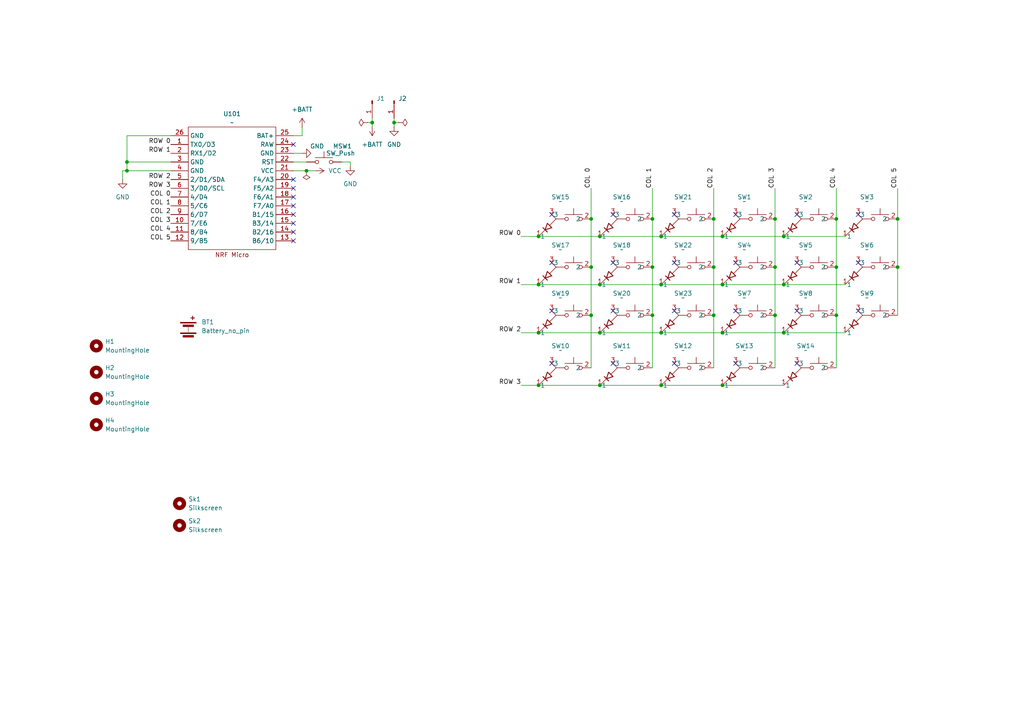
<source format=kicad_sch>
(kicad_sch (version 20231120) (generator "eeschema") (generator_version "8.0")
  (paper "A4")
  (lib_symbols
    (symbol "Connector:Conn_01x01_Pin" (pin_names (offset 1.016) hide)
      (property "Reference" "J" (at 0 2.54 0))
      (property "Value" "Conn_01x01_Pin" (at 0 -2.54 0))
      (symbol "Conn_01x01_Pin_1_1"
        (polyline (pts (xy 1.27 0) (xy 0.8636 0)) (stroke (width 0.1524)))
        (rectangle (start 0.8636 0.127) (end 0 -0.127) (stroke (width 0.1524)) (fill (type outline)))
        (pin passive line (at 5.08 0 180) (length 3.81) (name "Pin_1") (number "1"))
      )
    )
    (symbol "Keyboard_CS:Battery_no_pin" (pin_numbers hide) (pin_names (offset 0) hide)
      (property "Reference" "BT" (at 2.54 2.54 0))
      (property "Value" "Battery_no_pin" (at 2.54 0 0))
      (symbol "Battery_no_pin_0_1"
        (rectangle (start -2.286 -1.27) (end 2.286 -1.524) (fill (type outline)))
        (rectangle (start -2.286 1.778) (end 2.286 1.524) (fill (type outline)))
        (rectangle (start -1.524 -2.032) (end 1.524 -2.54) (fill (type outline)))
        (rectangle (start -1.524 1.016) (end 1.524 0.508) (fill (type outline)))
        (polyline (pts (xy 0 -1.016) (xy 0 -0.762)))
        (polyline (pts (xy 0 -0.508) (xy 0 -0.254)))
        (polyline (pts (xy 0 0) (xy 0 0.254)))
        (polyline (pts (xy 0.762 3.048) (xy 1.778 3.048)) (stroke (width 0.254)))
        (polyline (pts (xy 1.27 3.556) (xy 1.27 2.54)) (stroke (width 0.254)))
      )
    )
    (symbol "Keyboard_CS:Keyboard_Push"
      (property "Reference" "SW" (at 0.254 -4.572 0))
      (symbol "Keyboard_Push_0_1"
        (circle (center -2.032 0) (radius 0.508))
        (polyline (pts (xy -10.16 -5.08) (xy -8.255 -3.175)))
        (polyline (pts (xy -7.62 -3.81) (xy -8.89 -2.54)) (stroke (width 0.254)))
        (polyline (pts (xy -6.985 -1.905) (xy -5.08 0)))
        (polyline (pts (xy -6.35 1.27) (xy -5.08 0)))
        (polyline (pts (xy -5.08 0) (xy -2.54 0)))
        (polyline (pts (xy 0 1.27) (xy 0 3.048)))
        (polyline (pts (xy 2.54 1.27) (xy -2.54 1.27)))
        (polyline (pts (xy -6.35 -2.54) (xy -7.62 -1.27) (xy -8.255 -3.175) (xy -6.35 -2.54)) (stroke (width 0.254)))
        (circle (center 2.032 0) (radius 0.508))
        (pin passive line (at 5.08 0 180) (length 2.54) (name "2") (number "2"))
      )
      (symbol "Keyboard_Push_1_1"
        (pin passive line (at -10.16 -5.08 0) (length 0) (name "1") (number "1"))
        (pin passive line (at -6.35 1.27 0) (length 0) (name "3") (number "3"))
      )
    )
    (symbol "Keyboard_CS:NRF_micro_jumper"
      (property "Reference" "U" (at 0 1.27 0))
      (symbol "NRF_micro_jumper_0_1"
        (rectangle (start -12.7 2.54) (end 12.7 -33.02))
      )
      (symbol "NRF_micro_jumper_1_1"
        (text "NRF Micro" (at 0 -34.544 0) (effects (font (size 1.27 1.27))))
        (pin bidirectional line (at -17.78 -2.54 0) (length 5.08) (name "TX0/D3") (number "1"))
        (pin bidirectional line (at -17.78 -25.4 0) (length 5.08) (name "7/E6") (number "10"))
        (pin no_connect line (at -24.13 -45.72 90) (length 5.08) hide (name "") (number "100"))
        (pin no_connect line (at -21.59 -45.72 90) (length 5.08) hide (name "") (number "101"))
        (pin no_connect line (at -19.05 -45.72 90) (length 5.08) hide (name "") (number "102"))
        (pin no_connect line (at -16.51 -45.72 90) (length 5.08) hide (name "") (number "103"))
        (pin no_connect line (at -13.97 -45.72 90) (length 5.08) hide (name "") (number "104"))
        (pin no_connect line (at -11.43 -45.72 90) (length 5.08) hide (name "") (number "105"))
        (pin no_connect line (at -8.89 -45.72 90) (length 5.08) hide (name "") (number "106"))
        (pin no_connect line (at -6.35 -45.72 90) (length 5.08) hide (name "") (number "107"))
        (pin no_connect line (at -3.81 -45.72 90) (length 5.08) hide (name "") (number "108"))
        (pin no_connect line (at -1.27 -45.72 90) (length 5.08) hide (name "") (number "109"))
        (pin bidirectional line (at -17.78 -27.94 0) (length 5.08) (name "8/B4") (number "11"))
        (pin no_connect line (at 1.27 -45.72 90) (length 5.08) hide (name "") (number "110"))
        (pin no_connect line (at 3.81 -45.72 90) (length 5.08) hide (name "") (number "111"))
        (pin no_connect line (at 6.35 -45.72 90) (length 5.08) hide (name "") (number "112"))
        (pin no_connect line (at 8.89 -45.72 90) (length 5.08) hide (name "") (number "113"))
        (pin no_connect line (at 11.43 -45.72 90) (length 5.08) hide (name "") (number "114"))
        (pin no_connect line (at 13.97 -45.72 90) (length 5.08) hide (name "") (number "115"))
        (pin no_connect line (at 16.51 -45.72 90) (length 5.08) hide (name "") (number "116"))
        (pin no_connect line (at 19.05 -45.72 90) (length 5.08) hide (name "") (number "117"))
        (pin no_connect line (at 21.59 -45.72 90) (length 5.08) hide (name "") (number "118"))
        (pin no_connect line (at 24.13 -45.72 90) (length 5.08) hide (name "") (number "119"))
        (pin bidirectional line (at -17.78 -30.48 0) (length 5.08) (name "9/B5") (number "12"))
        (pin no_connect line (at 26.67 -45.72 90) (length 5.08) hide (name "") (number "120"))
        (pin no_connect line (at 29.21 -45.72 90) (length 5.08) hide (name "") (number "121"))
        (pin no_connect line (at 31.75 -45.72 90) (length 5.08) hide (name "") (number "122"))
        (pin no_connect line (at 34.29 -45.72 90) (length 5.08) hide (name "") (number "123"))
        (pin no_connect line (at 36.83 -45.72 90) (length 5.08) hide (name "") (number "124"))
        (pin no_connect line (at 39.37 -45.72 90) (length 5.08) hide (name "") (number "125"))
        (pin bidirectional line (at 17.78 -30.48 180) (length 5.08) (name "B6/10") (number "13"))
        (pin bidirectional line (at 17.78 -27.94 180) (length 5.08) (name "B2/16") (number "14"))
        (pin bidirectional line (at 17.78 -25.4 180) (length 5.08) (name "B3/14") (number "15"))
        (pin bidirectional line (at 17.78 -22.86 180) (length 5.08) (name "B1/15") (number "16"))
        (pin bidirectional line (at 17.78 -20.32 180) (length 5.08) (name "F7/A0") (number "17"))
        (pin bidirectional line (at 17.78 -17.78 180) (length 5.08) (name "F6/A1") (number "18"))
        (pin bidirectional line (at 17.78 -15.24 180) (length 5.08) (name "F5/A2") (number "19"))
        (pin bidirectional line (at -17.78 -5.08 0) (length 5.08) (name "RX1/D2") (number "2"))
        (pin bidirectional line (at 17.78 -12.7 180) (length 5.08) (name "F4/A3") (number "20"))
        (pin power_in line (at 17.78 -10.16 180) (length 5.08) (name "VCC") (number "21"))
        (pin input line (at 17.78 -7.62 180) (length 5.08) (name "RST") (number "22"))
        (pin power_in line (at 17.78 -5.08 180) (length 5.08) (name "GND") (number "23"))
        (pin power_out line (at 17.78 -2.54 180) (length 5.08) (name "RAW") (number "24"))
        (pin bidirectional line (at 17.78 0 180) (length 5.08) (name "BAT+") (number "25"))
        (pin bidirectional line (at -17.78 0 0) (length 5.08) (name "GND") (number "26"))
        (pin power_in line (at -17.78 -7.62 0) (length 5.08) (name "GND") (number "3"))
        (pin power_in line (at -17.78 -10.16 0) (length 5.08) (name "GND") (number "4"))
        (pin bidirectional line (at -17.78 -12.7 0) (length 5.08) (name "2/D1/SDA") (number "5"))
        (pin bidirectional line (at -17.78 -15.24 0) (length 5.08) (name "3/D0/SCL") (number "6"))
        (pin bidirectional line (at -17.78 -17.78 0) (length 5.08) (name "4/D4") (number "7"))
        (pin bidirectional line (at -17.78 -20.32 0) (length 5.08) (name "5/C6") (number "8"))
        (pin bidirectional line (at -17.78 -22.86 0) (length 5.08) (name "6/D7") (number "9"))
      )
    )
    (symbol "Mechanical:MountingHole" (pin_names (offset 1.016)) (exclude_from_sim yes) (in_bom no)
      (property "Reference" "H" (at 0 5.08 0))
      (property "Value" "MountingHole" (at 0 3.175 0))
      (symbol "MountingHole_0_1"
        (circle (center 0 0) (radius 1.27) (stroke (width 1.27)))
      )
    )
    (symbol "Switch:SW_Push" (pin_numbers hide) (pin_names (offset 1.016) hide)
      (property "Reference" "SW" (at 1.27 2.54 0))
      (property "Value" "SW_Push" (at 0 -1.524 0))
      (symbol "SW_Push_0_1"
        (circle (center -2.032 0) (radius 0.508))
        (polyline (pts (xy 0 1.27) (xy 0 3.048)))
        (polyline (pts (xy 2.54 1.27) (xy -2.54 1.27)))
        (circle (center 2.032 0) (radius 0.508))
        (pin passive line (at -5.08 0 0) (length 2.54) (name "1") (number "1"))
        (pin passive line (at 5.08 0 180) (length 2.54) (name "2") (number "2"))
      )
    )
    (symbol "power:+BATT" (power) (pin_numbers hide) (pin_names (offset 0) hide)
      (property "Value" "+BATT" (at 0 3.556 0))
      (symbol "+BATT_0_1"
        (polyline (pts (xy -0.762 1.27) (xy 0 2.54)))
        (polyline (pts (xy 0 0) (xy 0 2.54)))
        (polyline (pts (xy 0 2.54) (xy 0.762 1.27)))
      )
      (symbol "+BATT_1_1"
        (pin power_in line (at 0 0 90) (length 0) (name "~") (number "1"))
      )
    )
    (symbol "power:GND" (power) (pin_numbers hide) (pin_names (offset 0) hide)
      (property "Value" "GND" (at 0 -3.81 0))
      (symbol "GND_0_1"
        (polyline (pts (xy 0 0) (xy 0 -1.27) (xy 1.27 -1.27) (xy 0 -2.54) (xy -1.27 -1.27) (xy 0 -1.27)))
      )
      (symbol "GND_1_1"
        (pin power_in line (at 0 0 270) (length 0) (name "~") (number "1"))
      )
    )
    (symbol "power:PWR_FLAG" (power) (pin_numbers hide) (pin_names (offset 0) hide)
      (property "Value" "PWR_FLAG" (at 0 3.81 0))
      (symbol "PWR_FLAG_0_0"
        (pin power_out line (at 0 0 90) (length 0) (name "~") (number "1"))
      )
      (symbol "PWR_FLAG_0_1"
        (polyline (pts (xy 0 0) (xy 0 1.27) (xy -1.016 1.905) (xy 0 2.54) (xy 1.016 1.905) (xy 0 1.27)))
      )
    )
    (symbol "power:VCC" (power) (pin_numbers hide) (pin_names (offset 0) hide)
      (property "Value" "VCC" (at 0 3.556 0))
      (symbol "VCC_0_1"
        (polyline (pts (xy -0.762 1.27) (xy 0 2.54)))
        (polyline (pts (xy 0 0) (xy 0 2.54)))
        (polyline (pts (xy 0 2.54) (xy 0.762 1.27)))
      )
      (symbol "VCC_1_1"
        (pin power_in line (at 0 0 90) (length 0) (name "~") (number "1"))
      )
    )
  )
  (junction (at 171.45 91.44))
  (junction (at 189.23 77.47))
  (junction (at 209.55 68.58))
  (junction (at 209.55 96.52))
  (junction (at 260.35 77.47))
  (junction (at 173.99 68.58))
  (junction (at 107.95 35.56))
  (junction (at 36.83 46.99))
  (junction (at 114.3 35.56))
  (junction (at 224.79 63.5))
  (junction (at 189.23 63.5))
  (junction (at 191.77 111.76))
  (junction (at 224.79 77.47))
  (junction (at 242.57 77.47))
  (junction (at 224.79 91.44))
  (junction (at 156.21 96.52))
  (junction (at 191.77 68.58))
  (junction (at 242.57 91.44))
  (junction (at 171.45 77.47))
  (junction (at 173.99 82.55))
  (junction (at 88.9 49.53))
  (junction (at 171.45 63.5))
  (junction (at 227.33 82.55))
  (junction (at 191.77 96.52))
  (junction (at 227.33 68.58))
  (junction (at 260.35 63.5))
  (junction (at 207.01 77.47))
  (junction (at 173.99 111.76))
  (junction (at 209.55 111.76))
  (junction (at 207.01 63.5))
  (junction (at 156.21 111.76))
  (junction (at 156.21 82.55))
  (junction (at 189.23 91.44))
  (junction (at 36.83 49.53))
  (junction (at 173.99 96.52))
  (junction (at 156.21 68.58))
  (junction (at 209.55 82.55))
  (junction (at 207.01 91.44))
  (junction (at 242.57 63.5))
  (junction (at 227.33 96.52))
  (junction (at 191.77 82.55))
  (no_connect (at 231.14 90.17))
  (no_connect (at 231.14 62.23))
  (no_connect (at 177.8 105.41))
  (no_connect (at 85.09 52.07))
  (no_connect (at 248.92 90.17))
  (no_connect (at 195.58 62.23))
  (no_connect (at 248.92 76.2))
  (no_connect (at 160.02 90.17))
  (no_connect (at 160.02 76.2))
  (no_connect (at 195.58 105.41))
  (no_connect (at 85.09 69.85))
  (no_connect (at 248.92 62.23))
  (no_connect (at 85.09 62.23))
  (no_connect (at 231.14 76.2))
  (no_connect (at 213.36 90.17))
  (no_connect (at 213.36 105.41))
  (no_connect (at 195.58 76.2))
  (no_connect (at 177.8 62.23))
  (no_connect (at 231.14 105.41))
  (no_connect (at 177.8 90.17))
  (no_connect (at 85.09 57.15))
  (no_connect (at 85.09 64.77))
  (no_connect (at 160.02 105.41))
  (no_connect (at 85.09 54.61))
  (no_connect (at 85.09 41.91))
  (no_connect (at 213.36 76.2))
  (no_connect (at 85.09 59.69))
  (no_connect (at 85.09 67.31))
  (no_connect (at 213.36 62.23))
  (no_connect (at 195.58 90.17))
  (no_connect (at 177.8 76.2))
  (no_connect (at 160.02 62.23))
  (wire (pts (xy 209.55 68.58) (xy 227.33 68.58)))
  (wire (pts (xy 260.35 54.61) (xy 260.35 63.5)))
  (wire (pts (xy 242.57 91.44) (xy 242.57 106.68)))
  (wire (pts (xy 151.13 82.55) (xy 156.21 82.55)))
  (wire (pts (xy 87.63 39.37) (xy 85.09 39.37)))
  (wire (pts (xy 171.45 91.44) (xy 171.45 106.68)))
  (wire (pts (xy 114.3 35.56) (xy 115.57 35.56)))
  (wire (pts (xy 101.6 46.99) (xy 99.06 46.99)))
  (wire (pts (xy 224.79 91.44) (xy 224.79 106.68)))
  (wire (pts (xy 87.63 36.83) (xy 87.63 39.37)))
  (wire (pts (xy 35.56 49.53) (xy 35.56 52.07)))
  (wire (pts (xy 209.55 111.76) (xy 227.33 111.76)))
  (wire (pts (xy 151.13 96.52) (xy 156.21 96.52)))
  (wire (pts (xy 173.99 82.55) (xy 191.77 82.55)))
  (wire (pts (xy 85.09 49.53) (xy 88.9 49.53)))
  (wire (pts (xy 189.23 77.47) (xy 189.23 91.44)))
  (wire (pts (xy 191.77 68.58) (xy 209.55 68.58)))
  (wire (pts (xy 242.57 63.5) (xy 242.57 77.47)))
  (wire (pts (xy 207.01 91.44) (xy 207.01 106.68)))
  (wire (pts (xy 88.9 49.53) (xy 91.44 49.53)))
  (wire (pts (xy 107.95 35.56) (xy 107.95 36.83)))
  (wire (pts (xy 207.01 54.61) (xy 207.01 63.5)))
  (wire (pts (xy 106.68 35.56) (xy 107.95 35.56)))
  (wire (pts (xy 209.55 96.52) (xy 227.33 96.52)))
  (wire (pts (xy 36.83 49.53) (xy 35.56 49.53)))
  (wire (pts (xy 156.21 82.55) (xy 173.99 82.55)))
  (wire (pts (xy 49.53 49.53) (xy 36.83 49.53)))
  (wire (pts (xy 224.79 63.5) (xy 224.79 77.47)))
  (wire (pts (xy 191.77 82.55) (xy 209.55 82.55)))
  (wire (pts (xy 114.3 34.29) (xy 114.3 35.56)))
  (wire (pts (xy 156.21 111.76) (xy 173.99 111.76)))
  (wire (pts (xy 224.79 54.61) (xy 224.79 63.5)))
  (wire (pts (xy 227.33 96.52) (xy 245.11 96.52)))
  (wire (pts (xy 189.23 63.5) (xy 189.23 77.47)))
  (wire (pts (xy 189.23 91.44) (xy 189.23 106.68)))
  (wire (pts (xy 173.99 68.58) (xy 191.77 68.58)))
  (wire (pts (xy 171.45 77.47) (xy 171.45 91.44)))
  (wire (pts (xy 189.23 54.61) (xy 189.23 63.5)))
  (wire (pts (xy 209.55 82.55) (xy 227.33 82.55)))
  (wire (pts (xy 207.01 77.47) (xy 207.01 91.44)))
  (wire (pts (xy 49.53 46.99) (xy 36.83 46.99)))
  (wire (pts (xy 85.09 46.99) (xy 88.9 46.99)))
  (wire (pts (xy 171.45 63.5) (xy 171.45 77.47)))
  (wire (pts (xy 36.83 46.99) (xy 36.83 49.53)))
  (wire (pts (xy 49.53 39.37) (xy 36.83 39.37)))
  (wire (pts (xy 151.13 111.76) (xy 156.21 111.76)))
  (wire (pts (xy 171.45 54.61) (xy 171.45 63.5)))
  (wire (pts (xy 36.83 39.37) (xy 36.83 46.99)))
  (wire (pts (xy 260.35 77.47) (xy 260.35 91.44)))
  (wire (pts (xy 156.21 96.52) (xy 173.99 96.52)))
  (wire (pts (xy 85.09 44.45) (xy 87.63 44.45)))
  (wire (pts (xy 191.77 111.76) (xy 209.55 111.76)))
  (wire (pts (xy 242.57 54.61) (xy 242.57 63.5)))
  (wire (pts (xy 107.95 34.29) (xy 107.95 35.56)))
  (wire (pts (xy 227.33 68.58) (xy 245.11 68.58)))
  (wire (pts (xy 173.99 96.52) (xy 191.77 96.52)))
  (wire (pts (xy 173.99 111.76) (xy 191.77 111.76)))
  (wire (pts (xy 260.35 63.5) (xy 260.35 77.47)))
  (wire (pts (xy 156.21 68.58) (xy 173.99 68.58)))
  (wire (pts (xy 227.33 82.55) (xy 245.11 82.55)))
  (wire (pts (xy 151.13 68.58) (xy 156.21 68.58)))
  (wire (pts (xy 224.79 77.47) (xy 224.79 91.44)))
  (wire (pts (xy 207.01 63.5) (xy 207.01 77.47)))
  (wire (pts (xy 101.6 48.26) (xy 101.6 46.99)))
  (wire (pts (xy 242.57 77.47) (xy 242.57 91.44)))
  (wire (pts (xy 191.77 96.52) (xy 209.55 96.52)))
  (wire (pts (xy 114.3 35.56) (xy 114.3 36.83)))
  (label "ROW 1" (at 151.13 82.55 180))
  (label "ROW 1" (at 49.53 44.45 180))
  (label "ROW 2" (at 49.53 52.07 180))
  (label "COL 3" (at 224.79 54.61 90))
  (label "COL 4" (at 242.57 54.61 90))
  (label "ROW 2" (at 151.13 96.52 180))
  (label "COL 1" (at 189.23 54.61 90))
  (label "COL 0" (at 171.45 54.61 90))
  (label "ROW 0" (at 151.13 68.58 180))
  (label "COL 4" (at 49.53 67.31 180))
  (label "COL 5" (at 49.53 69.85 180))
  (label "ROW 3" (at 49.53 54.61 180))
  (label "ROW 0" (at 49.53 41.91 180))
  (label "ROW 3" (at 151.13 111.76 180))
  (label "COL 0" (at 49.53 57.15 180))
  (label "COL 2" (at 207.01 54.61 90))
  (label "COL 2" (at 49.53 62.23 180))
  (label "COL 1" (at 49.53 59.69 180))
  (label "COL 5" (at 260.35 54.61 90))
  (label "COL 3" (at 49.53 64.77 180))
  (symbol (lib_id "Keyboard_CS:Keyboard_Push") (at 237.49 63.5 0) (unit 1)
    (property "Reference" "SW2" (at 233.68 57.15 0))
    (property "Value" "~" (at 233.68 58.42 0))
    (property "Footprint" "Keyboard_CS:SW_UNIVERSAL_1.00u" (effects (hide yes)))
    (property "Description" "Unified Switch with diode incorporated" (effects (hide yes)))
  )
  (symbol (lib_id "Mechanical:MountingHole") (at 52.07 152.4 0) (unit 1) (exclude_from_sim yes) (in_bom no)
    (property "Reference" "Sk2" (at 54.61 151.1299 0) (effects (justify left)))
    (property "Value" "Silkscreen" (at 54.61 153.6699 0) (effects (justify left)))
    (property "Footprint" "Keyboard_CS:drawing" (effects (hide yes)))
    (property "Description" "Mounting Hole without connection" (effects (hide yes)))
  )
  (symbol (lib_id "Keyboard_CS:Keyboard_Push") (at 255.27 77.47 0) (unit 1)
    (property "Reference" "SW6" (at 251.46 71.12 0))
    (property "Value" "~" (at 251.46 72.39 0))
    (property "Footprint" "Keyboard_CS:SW_UNIVERSAL_1.00u" (effects (hide yes)))
    (property "Description" "Unified Switch with diode incorporated" (effects (hide yes)))
  )
  (symbol (lib_id "Keyboard_CS:Battery_no_pin") (at 54.61 95.25 0) (unit 1)
    (property "Reference" "BT1" (at 58.42 93.4084 0) (effects (justify left)))
    (property "Value" "Battery_no_pin" (at 58.42 95.9484 0) (effects (justify left)))
    (property "Footprint" "Keyboard_CS:503020 battery hole" (effects (hide yes)))
    (property "Description" "Multiple-cell battery without PIN linked for footprint" (effects (hide yes)))
  )
  (symbol (lib_id "Connector:Conn_01x01_Pin") (at 107.95 29.21 270) (unit 1)
    (property "Reference" "J1" (at 109.22 28.5749 90) (effects (justify left)))
    (property "Value" "Conn_01x01_Pin" (effects (hide yes)))
    (property "Footprint" "Keyboard_CS:Pin_D1.0mm_L10.0mm" (effects (hide yes)))
    (property "Description" "Generic connector, single row, 01x01, script generated" (effects (hide yes)))
  )
  (symbol (lib_id "Keyboard_CS:Keyboard_Push") (at 184.15 63.5 0) (unit 1)
    (property "Reference" "SW16" (at 180.34 57.15 0))
    (property "Value" "~" (at 180.34 58.42 0))
    (property "Footprint" "Keyboard_CS:SW_UNIVERSAL_1.00u" (effects (hide yes)))
    (property "Description" "Unified Switch with diode incorporated" (effects (hide yes)))
  )
  (symbol (lib_id "Keyboard_CS:Keyboard_Push") (at 184.15 106.68 0) (unit 1)
    (property "Reference" "SW11" (at 180.34 100.33 0))
    (property "Value" "~" (at 180.34 101.6 0))
    (property "Footprint" "Keyboard_CS:SW_UNIVERSAL_1.00u" (effects (hide yes)))
    (property "Description" "Unified Switch with diode incorporated" (effects (hide yes)))
  )
  (symbol (lib_id "Keyboard_CS:Keyboard_Push") (at 237.49 77.47 0) (unit 1)
    (property "Reference" "SW5" (at 233.68 71.12 0))
    (property "Value" "~" (at 233.68 72.39 0))
    (property "Footprint" "Keyboard_CS:SW_UNIVERSAL_1.00u" (effects (hide yes)))
    (property "Description" "Unified Switch with diode incorporated" (effects (hide yes)))
  )
  (symbol (lib_id "power:GND") (at 114.3 36.83 0) (unit 1)
    (property "Reference" "#PWR03" (effects (hide yes)))
    (property "Value" "GND" (at 114.3 41.91 0))
    (property "Description" "Power symbol creates a global label with name \"GND\" , ground" (effects (hide yes)))
  )
  (symbol (lib_id "Connector:Conn_01x01_Pin") (at 114.3 29.21 270) (unit 1)
    (property "Reference" "J2" (at 115.57 28.5749 90) (effects (justify left)))
    (property "Value" "Conn_01x01_Pin" (effects (hide yes)))
    (property "Footprint" "Keyboard_CS:Pin_D1.0mm_L10.0mm" (effects (hide yes)))
    (property "Description" "Generic connector, single row, 01x01, script generated" (effects (hide yes)))
  )
  (symbol (lib_id "Keyboard_CS:Keyboard_Push") (at 184.15 77.47 0) (unit 1)
    (property "Reference" "SW18" (at 180.34 71.12 0))
    (property "Value" "~" (at 180.34 72.39 0))
    (property "Footprint" "Keyboard_CS:SW_UNIVERSAL_1.00u" (effects (hide yes)))
    (property "Description" "Unified Switch with diode incorporated" (effects (hide yes)))
  )
  (symbol (lib_id "Keyboard_CS:Keyboard_Push") (at 219.71 106.68 0) (unit 1)
    (property "Reference" "SW13" (at 215.9 100.33 0))
    (property "Value" "~" (at 215.9 101.6 0))
    (property "Footprint" "Keyboard_CS:SW_UNIVERSAL_1.00u" (effects (hide yes)))
    (property "Description" "Unified Switch with diode incorporated" (effects (hide yes)))
  )
  (symbol (lib_id "Keyboard_CS:Keyboard_Push") (at 219.71 77.47 0) (unit 1)
    (property "Reference" "SW4" (at 215.9 71.12 0))
    (property "Value" "~" (at 215.9 72.39 0))
    (property "Footprint" "Keyboard_CS:SW_UNIVERSAL_1.00u" (effects (hide yes)))
    (property "Description" "Unified Switch with diode incorporated" (effects (hide yes)))
  )
  (symbol (lib_id "power:GND") (at 101.6 48.26 0) (unit 1)
    (property "Reference" "#PWR0101" (effects (hide yes)))
    (property "Value" "GND" (at 101.6 53.34 0))
    (property "Description" "Power symbol creates a global label with name \"GND\" , ground" (effects (hide yes)))
  )
  (symbol (lib_id "power:VCC") (at 91.44 49.53 270) (unit 1)
    (property "Reference" "#PWR06" (effects (hide yes)))
    (property "Value" "VCC" (at 95.25 49.5299 90) (effects (justify left)))
    (property "Description" "Power symbol creates a global label with name \"VCC\"" (effects (hide yes)))
  )
  (symbol (lib_id "power:PWR_FLAG") (at 115.57 35.56 270) (unit 1)
    (property "Reference" "#FLG03" (effects (hide yes)))
    (property "Value" "PWR_FLAG" (effects (hide yes)))
    (property "Description" "Special symbol for telling ERC where power comes from" (effects (hide yes)))
  )
  (symbol (lib_id "Mechanical:MountingHole") (at 27.94 115.57 0) (unit 1) (exclude_from_sim yes) (in_bom no)
    (property "Reference" "H3" (at 30.48 114.2999 0) (effects (justify left)))
    (property "Value" "MountingHole" (at 30.48 116.8399 0) (effects (justify left)))
    (property "Footprint" "Keyboard_CS:MountingHole_2.2mm_M2_DIN965" (effects (hide yes)))
    (property "Description" "Mounting Hole without connection" (effects (hide yes)))
  )
  (symbol (lib_id "Keyboard_CS:Keyboard_Push") (at 201.93 91.44 0) (unit 1)
    (property "Reference" "SW23" (at 198.12 85.09 0))
    (property "Value" "~" (at 198.12 86.36 0))
    (property "Footprint" "Keyboard_CS:SW_UNIVERSAL_1.00u" (effects (hide yes)))
    (property "Description" "Unified Switch with diode incorporated" (effects (hide yes)))
  )
  (symbol (lib_id "power:+BATT") (at 107.95 36.83 180) (unit 1)
    (property "Reference" "#PWR01" (effects (hide yes)))
    (property "Value" "+BATT" (at 107.95 41.91 0))
    (property "Description" "Power symbol creates a global label with name \"+BATT\"" (effects (hide yes)))
  )
  (symbol (lib_id "Mechanical:MountingHole") (at 27.94 123.19 0) (unit 1) (exclude_from_sim yes) (in_bom no)
    (property "Reference" "H4" (at 30.48 121.9199 0) (effects (justify left)))
    (property "Value" "MountingHole" (at 30.48 124.4599 0) (effects (justify left)))
    (property "Footprint" "Keyboard_CS:MountingHole_2.2mm_M2_DIN965" (effects (hide yes)))
    (property "Description" "Mounting Hole without connection" (effects (hide yes)))
  )
  (symbol (lib_id "Keyboard_CS:Keyboard_Push") (at 201.93 106.68 0) (unit 1)
    (property "Reference" "SW12" (at 198.12 100.33 0))
    (property "Value" "~" (at 198.12 101.6 0))
    (property "Footprint" "Keyboard_CS:SW_UNIVERSAL_1.00u" (effects (hide yes)))
    (property "Description" "Unified Switch with diode incorporated" (effects (hide yes)))
  )
  (symbol (lib_id "Keyboard_CS:Keyboard_Push") (at 255.27 91.44 0) (unit 1)
    (property "Reference" "SW9" (at 251.46 85.09 0))
    (property "Value" "~" (at 251.46 86.36 0))
    (property "Footprint" "Keyboard_CS:SW_UNIVERSAL_1.00u" (effects (hide yes)))
    (property "Description" "Unified Switch with diode incorporated" (effects (hide yes)))
  )
  (symbol (lib_id "power:GND") (at 87.63 44.45 90) (unit 1)
    (property "Reference" "#PWR07" (effects (hide yes)))
    (property "Value" "GND" (at 89.916 42.418 90) (effects (justify right)))
    (property "Description" "Power symbol creates a global label with name \"GND\" , ground" (effects (hide yes)))
  )
  (symbol (lib_id "Keyboard_CS:Keyboard_Push") (at 219.71 63.5 0) (unit 1)
    (property "Reference" "SW1" (at 215.9 57.15 0))
    (property "Value" "~" (at 215.9 58.42 0))
    (property "Footprint" "Keyboard_CS:SW_UNIVERSAL_1.00u" (effects (hide yes)))
    (property "Description" "Unified Switch with diode incorporated" (effects (hide yes)))
  )
  (symbol (lib_id "Keyboard_CS:NRF_micro_jumper") (at 67.31 39.37 0) (unit 1)
    (property "Reference" "U101" (at 67.31 33.02 0))
    (property "Value" "~" (at 67.31 35.56 0))
    (property "Footprint" "Keyboard_CS:ProMicro_DUAL_jumper" (effects (hide yes)))
    (property "Description" "NRF micro schematic" (effects (hide yes)))
  )
  (symbol (lib_id "Keyboard_CS:Keyboard_Push") (at 201.93 77.47 0) (unit 1)
    (property "Reference" "SW22" (at 198.12 71.12 0))
    (property "Value" "~" (at 198.12 72.39 0))
    (property "Footprint" "Keyboard_CS:SW_UNIVERSAL_1.00u" (effects (hide yes)))
    (property "Description" "Unified Switch with diode incorporated" (effects (hide yes)))
  )
  (symbol (lib_id "Keyboard_CS:Keyboard_Push") (at 237.49 106.68 0) (unit 1)
    (property "Reference" "SW14" (at 233.68 100.33 0))
    (property "Value" "~" (at 233.68 101.6 0))
    (property "Footprint" "Keyboard_CS:SW_UNIVERSAL_1.00u" (effects (hide yes)))
    (property "Description" "Unified Switch with diode incorporated" (effects (hide yes)))
  )
  (symbol (lib_id "Mechanical:MountingHole") (at 27.94 107.95 0) (unit 1) (exclude_from_sim yes) (in_bom no)
    (property "Reference" "H2" (at 30.48 106.6799 0) (effects (justify left)))
    (property "Value" "MountingHole" (at 30.48 109.2199 0) (effects (justify left)))
    (property "Footprint" "Keyboard_CS:MountingHole_2.2mm_M2_DIN965" (effects (hide yes)))
    (property "Description" "Mounting Hole without connection" (effects (hide yes)))
  )
  (symbol (lib_id "power:GND") (at 35.56 52.07 0) (unit 1)
    (property "Reference" "#PWR02" (effects (hide yes)))
    (property "Value" "GND" (at 35.56 57.15 0))
    (property "Description" "Power symbol creates a global label with name \"GND\" , ground" (effects (hide yes)))
  )
  (symbol (lib_id "Keyboard_CS:Keyboard_Push") (at 166.37 63.5 0) (unit 1)
    (property "Reference" "SW15" (at 162.56 57.15 0))
    (property "Value" "~" (at 162.56 58.42 0))
    (property "Footprint" "Keyboard_CS:SW_UNIVERSAL_1.00u" (effects (hide yes)))
    (property "Description" "Unified Switch with diode incorporated" (effects (hide yes)))
  )
  (symbol (lib_id "power:+BATT") (at 87.63 36.83 0) (unit 1)
    (property "Reference" "#PWR04" (effects (hide yes)))
    (property "Value" "+BATT" (at 87.63 31.75 0))
    (property "Description" "Power symbol creates a global label with name \"+BATT\"" (effects (hide yes)))
  )
  (symbol (lib_id "Mechanical:MountingHole") (at 52.07 146.05 0) (unit 1) (exclude_from_sim yes) (in_bom no)
    (property "Reference" "Sk1" (at 54.61 144.7799 0) (effects (justify left)))
    (property "Value" "Silkscreen" (at 54.61 147.3199 0) (effects (justify left)))
    (property "Footprint" "Keyboard_CS:drawing" (effects (hide yes)))
    (property "Description" "Mounting Hole without connection" (effects (hide yes)))
  )
  (symbol (lib_id "Keyboard_CS:Keyboard_Push") (at 255.27 63.5 0) (unit 1)
    (property "Reference" "SW3" (at 251.46 57.15 0))
    (property "Value" "~" (at 251.46 58.42 0))
    (property "Footprint" "Keyboard_CS:SW_UNIVERSAL_1.00u" (effects (hide yes)))
    (property "Description" "Unified Switch with diode incorporated" (effects (hide yes)))
  )
  (symbol (lib_id "Keyboard_CS:Keyboard_Push") (at 237.49 91.44 0) (unit 1)
    (property "Reference" "SW8" (at 233.68 85.09 0))
    (property "Value" "~" (at 233.68 86.36 0))
    (property "Footprint" "Keyboard_CS:SW_UNIVERSAL_1.00u" (effects (hide yes)))
    (property "Description" "Unified Switch with diode incorporated" (effects (hide yes)))
  )
  (symbol (lib_id "Keyboard_CS:Keyboard_Push") (at 201.93 63.5 0) (unit 1)
    (property "Reference" "SW21" (at 198.12 57.15 0))
    (property "Value" "~" (at 198.12 58.42 0))
    (property "Footprint" "Keyboard_CS:SW_UNIVERSAL_1.00u" (effects (hide yes)))
    (property "Description" "Unified Switch with diode incorporated" (effects (hide yes)))
  )
  (symbol (lib_id "Keyboard_CS:Keyboard_Push") (at 184.15 91.44 0) (unit 1)
    (property "Reference" "SW20" (at 180.34 85.09 0))
    (property "Value" "~" (at 180.34 86.36 0))
    (property "Footprint" "Keyboard_CS:SW_UNIVERSAL_1.00u" (effects (hide yes)))
    (property "Description" "Unified Switch with diode incorporated" (effects (hide yes)))
  )
  (symbol (lib_id "Keyboard_CS:Keyboard_Push") (at 166.37 106.68 0) (unit 1)
    (property "Reference" "SW10" (at 162.56 100.33 0))
    (property "Value" "~" (at 162.56 101.6 0))
    (property "Footprint" "Keyboard_CS:SW_UNIVERSAL_1.00u" (effects (hide yes)))
    (property "Description" "Unified Switch with diode incorporated" (effects (hide yes)))
  )
  (symbol (lib_id "Keyboard_CS:Keyboard_Push") (at 166.37 77.47 0) (unit 1)
    (property "Reference" "SW17" (at 162.56 71.12 0))
    (property "Value" "~" (at 162.56 72.39 0))
    (property "Footprint" "Keyboard_CS:SW_UNIVERSAL_1.00u" (effects (hide yes)))
    (property "Description" "Unified Switch with diode incorporated" (effects (hide yes)))
  )
  (symbol (lib_id "Keyboard_CS:Keyboard_Push") (at 166.37 91.44 0) (unit 1)
    (property "Reference" "SW19" (at 162.56 85.09 0))
    (property "Value" "~" (at 162.56 86.36 0))
    (property "Footprint" "Keyboard_CS:SW_UNIVERSAL_1.00u" (effects (hide yes)))
    (property "Description" "Unified Switch with diode incorporated" (effects (hide yes)))
  )
  (symbol (lib_id "power:PWR_FLAG") (at 106.68 35.56 90) (unit 1)
    (property "Reference" "#FLG02" (effects (hide yes)))
    (property "Value" "PWR_FLAG" (effects (hide yes)))
    (property "Description" "Special symbol for telling ERC where power comes from" (effects (hide yes)))
  )
  (symbol (lib_id "power:PWR_FLAG") (at 88.9 49.53 180) (unit 1)
    (property "Reference" "#FLG01" (effects (hide yes)))
    (property "Value" "PWR_FLAG" (effects (hide yes)))
    (property "Description" "Special symbol for telling ERC where power comes from" (effects (hide yes)))
  )
  (symbol (lib_id "Switch:SW_Push") (at 93.98 46.99 0) (unit 1)
    (property "Reference" "MSW1" (at 99.314 42.418 0))
    (property "Value" "SW_Push" (at 98.806 44.45 0))
    (property "Footprint" "Keyboard_CS:Reset_Switch" (effects (hide yes)))
    (property "Description" "Push button switch, generic, two pins" (effects (hide yes)))
  )
  (symbol (lib_id "Mechanical:MountingHole") (at 27.94 100.33 0) (unit 1) (exclude_from_sim yes) (in_bom no)
    (property "Reference" "H1" (at 30.48 99.0599 0) (effects (justify left)))
    (property "Value" "MountingHole" (at 30.48 101.5999 0) (effects (justify left)))
    (property "Footprint" "Keyboard_CS:MountingHole_2.2mm_M2_DIN965" (effects (hide yes)))
    (property "Description" "Mounting Hole without connection" (effects (hide yes)))
  )
  (symbol (lib_id "Keyboard_CS:Keyboard_Push") (at 219.71 91.44 0) (unit 1)
    (property "Reference" "SW7" (at 215.9 85.09 0))
    (property "Value" "~" (at 215.9 86.36 0))
    (property "Footprint" "Keyboard_CS:SW_UNIVERSAL_1.00u" (effects (hide yes)))
    (property "Description" "Unified Switch with diode incorporated" (effects (hide yes)))
  )
)
</source>
